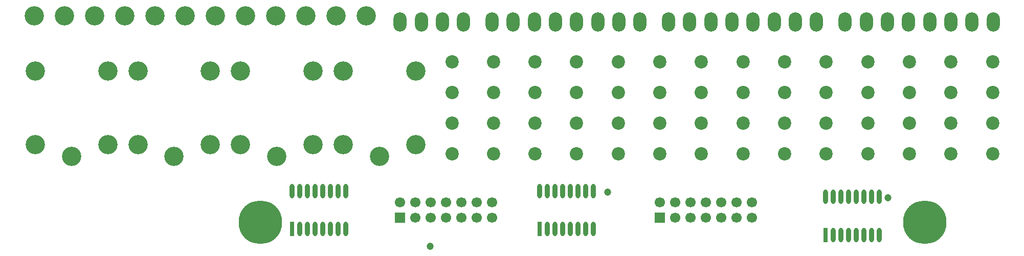
<source format=gbr>
%FSTAX42Y42*%
%MOMM*%
%SFA1B1*%

%IPPOS*%
%ADD27R,0.799998X2.399995*%
%ADD28O,0.799998X2.399995*%
%ADD29C,3.199994*%
%ADD30C,2.199996*%
%ADD31C,1.699997*%
%ADD32R,1.699997X1.699997*%
%ADD33O,2.199996X3.199994*%
%ADD34C,7.199986*%
%ADD35C,1.199998*%
%LNpcb_monitoring_bott_back-1*%
%LPD*%
G54D27*
X000523Y-000112D03*
X004623D03*
X009356Y-000207D03*
G54D28*
X00065Y-000112D03*
X000777D03*
X000904D03*
X001031D03*
X001158D03*
X001285D03*
X001412D03*
X000523Y000516D03*
X00065D03*
X000777D03*
X000904D03*
X001031D03*
X001158D03*
X001285D03*
X001412D03*
X00475Y-000112D03*
X004877D03*
X005004D03*
X005131D03*
X005258D03*
X005385D03*
X005512D03*
X004623Y000516D03*
X00475D03*
X004877D03*
X005004D03*
X005131D03*
X005258D03*
X005385D03*
X005512D03*
X009483Y-000207D03*
X00961D03*
X009737D03*
X009864D03*
X009991D03*
X010118D03*
X010245D03*
X009356Y000421D03*
X009483D03*
X00961D03*
X009737D03*
X009864D03*
X009991D03*
X010118D03*
X010245D03*
G54D29*
X001749Y003424D03*
X000749D03*
X001249D03*
X000249D03*
X-000749D03*
X-000249D03*
X-001249D03*
X-002249D03*
X-001749D03*
X-002749D03*
X-003749D03*
X-003249D03*
X002568Y002511D03*
X001368D03*
X001968Y001091D03*
X002568Y001291D03*
X001368D03*
X000868Y002511D03*
X-00033D03*
X000268Y001091D03*
X000868Y001291D03*
X-00033D03*
X-00083Y002511D03*
X-00203D03*
X-00143Y001091D03*
X-00083Y001291D03*
X-00203D03*
X-00253Y002511D03*
X-00373D03*
X-00313Y001091D03*
X-00253Y001291D03*
X-00373D03*
G54D30*
X003168Y001647D03*
Y002155D03*
Y002663D03*
Y001139D03*
X003856Y001647D03*
Y002155D03*
Y002663D03*
Y001139D03*
X004545Y001647D03*
Y002155D03*
Y002663D03*
Y001139D03*
X005233Y001647D03*
Y002155D03*
Y002663D03*
Y001139D03*
X005921Y001647D03*
Y002155D03*
Y002663D03*
Y001139D03*
X00661Y001647D03*
Y002155D03*
Y002663D03*
Y001139D03*
X007298Y001647D03*
Y002155D03*
Y002663D03*
Y001139D03*
X007987Y001647D03*
Y002155D03*
Y002663D03*
Y001139D03*
X009364Y001647D03*
Y002155D03*
Y002663D03*
Y001139D03*
X010052Y001647D03*
Y002155D03*
Y002663D03*
Y001139D03*
X010741Y001647D03*
Y002155D03*
Y002663D03*
Y001139D03*
X01143Y001647D03*
Y002155D03*
Y002663D03*
Y001139D03*
X012118Y001647D03*
Y002155D03*
Y002663D03*
Y001139D03*
X008675Y001647D03*
Y002155D03*
Y002663D03*
Y001139D03*
G54D31*
X00383Y000074D03*
Y000328D03*
X003576Y000074D03*
Y000328D03*
X003322D03*
Y000074D03*
X003068Y000328D03*
Y000074D03*
X002814Y000328D03*
Y000074D03*
X00256Y000328D03*
Y000074D03*
X002306Y000328D03*
X00813Y000074D03*
Y000328D03*
X007876Y000074D03*
Y000328D03*
X007622D03*
Y000074D03*
X007368Y000328D03*
Y000074D03*
X007114Y000328D03*
Y000074D03*
X00686Y000328D03*
Y000074D03*
X006606Y000328D03*
G54D32*
X002306Y000074D03*
X006606D03*
G54D33*
X002311Y003324D03*
X002661D03*
X003011D03*
X003361D03*
X003832D03*
X004182D03*
X004532D03*
X004882D03*
X005232D03*
X005582D03*
X005932D03*
X006282D03*
X006752D03*
X007102D03*
X007452D03*
X007802D03*
X008152D03*
X008502D03*
X008852D03*
X009202D03*
X009677D03*
X010027D03*
X010377D03*
X010727D03*
X011077D03*
X011427D03*
X011777D03*
X012127D03*
G54D34*
X0Y0D03*
X010999D03*
G54D35*
X005749Y000499D03*
X010382Y000404D03*
X002811Y-000396D03*
M02*
</source>
